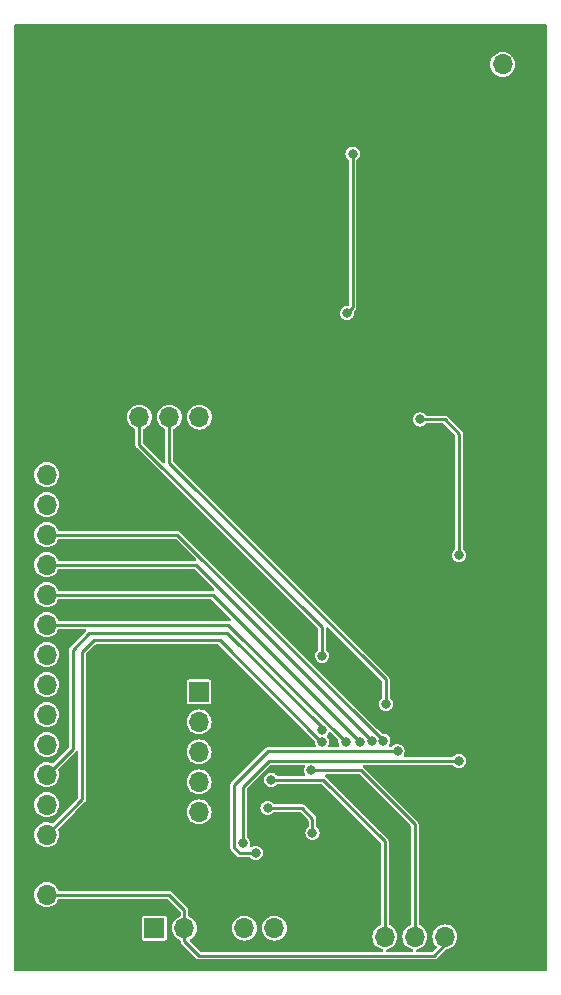
<source format=gbl>
%TF.GenerationSoftware,KiCad,Pcbnew,8.0.7*%
%TF.CreationDate,2025-03-07T17:05:54+07:00*%
%TF.ProjectId,BTL_NGUYENTRUNG,42544c5f-4e47-4555-9945-4e5452554e47,rev?*%
%TF.SameCoordinates,Original*%
%TF.FileFunction,Copper,L2,Bot*%
%TF.FilePolarity,Positive*%
%FSLAX46Y46*%
G04 Gerber Fmt 4.6, Leading zero omitted, Abs format (unit mm)*
G04 Created by KiCad (PCBNEW 8.0.7) date 2025-03-07 17:05:54*
%MOMM*%
%LPD*%
G01*
G04 APERTURE LIST*
%TA.AperFunction,HeatsinkPad*%
%ADD10C,0.500000*%
%TD*%
%TA.AperFunction,HeatsinkPad*%
%ADD11R,2.500000X1.800000*%
%TD*%
%TA.AperFunction,ComponentPad*%
%ADD12R,1.700000X1.700000*%
%TD*%
%TA.AperFunction,ComponentPad*%
%ADD13O,1.700000X1.700000*%
%TD*%
%TA.AperFunction,ViaPad*%
%ADD14C,0.800000*%
%TD*%
%TA.AperFunction,Conductor*%
%ADD15C,0.250000*%
%TD*%
%TA.AperFunction,Profile*%
%ADD16C,0.200000*%
%TD*%
G04 APERTURE END LIST*
D10*
%TO.P,U3,9,EPAD*%
%TO.N,GND*%
X71700000Y-27050000D03*
X72700000Y-27050000D03*
X73700000Y-27050000D03*
D11*
X72700000Y-26400000D03*
D10*
X71700000Y-25750000D03*
X72700000Y-25750000D03*
X73700000Y-25750000D03*
%TD*%
D12*
%TO.P,J2,1,Pin_1*%
%TO.N,GND*%
X44800000Y-96380000D03*
D13*
%TO.P,J2,2,Pin_2*%
%TO.N,+5V*%
X44800000Y-93840000D03*
%TO.P,J2,3,Pin_3*%
%TO.N,GND*%
X44800000Y-91300000D03*
%TO.P,J2,4,Pin_4*%
%TO.N,/MCU/RS*%
X44800000Y-88760000D03*
%TO.P,J2,5,Pin_5*%
%TO.N,/MCU/RW*%
X44800000Y-86220000D03*
%TO.P,J2,6,Pin_6*%
%TO.N,/MCU/E*%
X44800000Y-83680000D03*
%TO.P,J2,7,Pin_7*%
%TO.N,/MCU/D0*%
X44800000Y-81140000D03*
%TO.P,J2,8,Pin_8*%
%TO.N,/MCU/D1*%
X44800000Y-78600000D03*
%TO.P,J2,9,Pin_9*%
%TO.N,/MCU/D2*%
X44800000Y-76060000D03*
%TO.P,J2,10,Pin_10*%
%TO.N,/MCU/D3*%
X44800000Y-73520000D03*
%TO.P,J2,11,Pin_11*%
%TO.N,/MCU/D4*%
X44800000Y-70980000D03*
%TO.P,J2,12,Pin_12*%
%TO.N,/MCU/D5*%
X44800000Y-68440000D03*
%TO.P,J2,13,Pin_13*%
%TO.N,/MCU/D6*%
X44800000Y-65900000D03*
%TO.P,J2,14,Pin_14*%
%TO.N,/MCU/D7*%
X44800000Y-63360000D03*
%TO.P,J2,15,Pin_15*%
%TO.N,/MCU/A*%
X44800000Y-60820000D03*
%TO.P,J2,16,Pin_16*%
%TO.N,/MCU/K*%
X44800000Y-58280000D03*
%TD*%
D12*
%TO.P,J7,1,Pin_1*%
%TO.N,GND*%
X70880000Y-97400000D03*
D13*
%TO.P,J7,2,Pin_2*%
%TO.N,/MCU/TR*%
X73420000Y-97400000D03*
%TO.P,J7,3,Pin_3*%
%TO.N,/MCU/ECHO*%
X75960000Y-97400000D03*
%TO.P,J7,4,Pin_4*%
%TO.N,+5V*%
X78500000Y-97400000D03*
%TD*%
D12*
%TO.P,J1,1,Pin_1*%
%TO.N,+5V*%
X57700000Y-76660000D03*
D13*
%TO.P,J1,2,Pin_2*%
%TO.N,unconnected-(J1-Pin_2-Pad2)*%
X57700000Y-79200000D03*
%TO.P,J1,3,Pin_3*%
%TO.N,unconnected-(J1-Pin_3-Pad3)*%
X57700000Y-81740000D03*
%TO.P,J1,4,Pin_4*%
%TO.N,/MCU/TX*%
X57700000Y-84280000D03*
%TO.P,J1,5,Pin_5*%
%TO.N,/MCU/RX*%
X57700000Y-86820000D03*
%TO.P,J1,6,Pin_6*%
%TO.N,GND*%
X57700000Y-89360000D03*
%TD*%
D12*
%TO.P,J8,1,Pin_1*%
%TO.N,GND*%
X50100000Y-53400000D03*
D13*
%TO.P,J8,2,Pin_2*%
%TO.N,/MCU/DT*%
X52640000Y-53400000D03*
%TO.P,J8,3,Pin_3*%
%TO.N,/MCU/SCK*%
X55180000Y-53400000D03*
%TO.P,J8,4,Pin_4*%
%TO.N,+5V*%
X57720000Y-53400000D03*
%TD*%
D12*
%TO.P,J10,1,Pin_1*%
%TO.N,GND*%
X83400000Y-26075000D03*
D13*
%TO.P,J10,2,Pin_2*%
%TO.N,12*%
X83400000Y-23535000D03*
%TD*%
D12*
%TO.P,J5,1,Pin_1*%
%TO.N,Net-(J5-Pin_1)*%
X53920000Y-96677500D03*
D13*
%TO.P,J5,2,Pin_2*%
%TO.N,+5V*%
X56460000Y-96677500D03*
%TO.P,J5,3,Pin_3*%
%TO.N,GND*%
X59000000Y-96677500D03*
%TO.P,J5,4,Pin_4*%
%TO.N,Net-(J5-Pin_4)*%
X61540000Y-96677500D03*
%TO.P,J5,5,Pin_5*%
%TO.N,Net-(J5-Pin_5)*%
X64080000Y-96677500D03*
%TD*%
D14*
%TO.N,GND*%
X71200000Y-67900000D03*
X70300000Y-68800000D03*
X71200000Y-68800000D03*
X70300000Y-67900000D03*
%TO.N,+5V*%
X79700000Y-65100000D03*
X76412500Y-53600000D03*
%TO.N,/MCU/ECHO*%
X67200000Y-83300000D03*
%TO.N,/MCU/D7*%
X73300000Y-80800000D03*
%TO.N,/MCU/DT*%
X68100000Y-73600000D03*
%TO.N,/MCU/D6*%
X72300000Y-80800000D03*
%TO.N,/MCU/D4*%
X70100000Y-80900000D03*
%TO.N,/MCU/E*%
X68071265Y-79896570D03*
%TO.N,/MCU/D5*%
X71299994Y-80900000D03*
%TO.N,/MCU/SCK*%
X73500000Y-77700000D03*
%TO.N,/MCU/RS*%
X68100499Y-80896145D03*
%TO.N,Net-(D3-K)*%
X70200000Y-44600000D03*
X70700000Y-31100000D03*
%TO.N,/MCU/TR*%
X63800000Y-84100000D03*
%TO.N,/MCU/TX*%
X63500000Y-86500000D03*
X67300000Y-88600000D03*
%TO.N,Net-(U1-RB7{slash}ICSPDAT)*%
X79700000Y-82500000D03*
X61400000Y-89500000D03*
%TO.N,Net-(U1-RB6{slash}ICSPCLK)*%
X62500000Y-90300000D03*
X74500000Y-81700000D03*
%TD*%
D15*
%TO.N,+5V*%
X79700000Y-54800000D02*
X78500000Y-53600000D01*
X57700000Y-99000000D02*
X77600000Y-99000000D01*
X78500000Y-53600000D02*
X76412500Y-53600000D01*
X79700000Y-65100000D02*
X79700000Y-54800000D01*
X44840000Y-93800000D02*
X44800000Y-93840000D01*
X44800000Y-93840000D02*
X55140000Y-93840000D01*
X77600000Y-99000000D02*
X78800000Y-97800000D01*
X78800000Y-97800000D02*
X78800000Y-96777500D01*
X56460000Y-95160000D02*
X56460000Y-96677500D01*
X56460000Y-97760000D02*
X57700000Y-99000000D01*
X55140000Y-93840000D02*
X56460000Y-95160000D01*
X56460000Y-96677500D02*
X56460000Y-97760000D01*
%TO.N,/MCU/ECHO*%
X75960000Y-87860000D02*
X71400000Y-83300000D01*
X75960000Y-97400000D02*
X75960000Y-87860000D01*
X71400000Y-83300000D02*
X67200000Y-83300000D01*
%TO.N,/MCU/D7*%
X73300000Y-80800000D02*
X73025000Y-80525000D01*
X73025000Y-80525000D02*
X73025000Y-80499695D01*
X55860000Y-63360000D02*
X44800000Y-63360000D01*
X72575000Y-80075000D02*
X55860000Y-63360000D01*
X72600305Y-80075000D02*
X72575000Y-80075000D01*
X73025000Y-80499695D02*
X72600305Y-80075000D01*
%TO.N,/MCU/DT*%
X68100000Y-71200000D02*
X52640000Y-55740000D01*
X52640000Y-55740000D02*
X52640000Y-53400000D01*
X68100000Y-73600000D02*
X68100000Y-71200000D01*
%TO.N,/MCU/D6*%
X57400000Y-65900000D02*
X44800000Y-65900000D01*
X72300000Y-80800000D02*
X57400000Y-65900000D01*
%TO.N,/MCU/D4*%
X60180000Y-70980000D02*
X44800000Y-70980000D01*
X70100000Y-80900000D02*
X60180000Y-70980000D01*
%TO.N,/MCU/E*%
X60100000Y-71700000D02*
X48400000Y-71700000D01*
X48400000Y-71700000D02*
X47000000Y-73100000D01*
X68071265Y-79896570D02*
X68071265Y-79671265D01*
X68071265Y-79671265D02*
X60100000Y-71700000D01*
X47000000Y-81480000D02*
X44800000Y-83680000D01*
X47000000Y-73100000D02*
X47000000Y-81480000D01*
%TO.N,/MCU/D5*%
X71299994Y-80899994D02*
X58840000Y-68440000D01*
X58840000Y-68440000D02*
X44800000Y-68440000D01*
X71299994Y-80900000D02*
X71299994Y-80899994D01*
%TO.N,/MCU/SCK*%
X73500000Y-77700000D02*
X73500000Y-75600000D01*
X55180000Y-57280000D02*
X55180000Y-53400000D01*
X73500000Y-75600000D02*
X55180000Y-57280000D01*
%TO.N,/MCU/RS*%
X48800000Y-72300000D02*
X47800000Y-73300000D01*
X59449390Y-72300000D02*
X48800000Y-72300000D01*
X68100499Y-80896145D02*
X67939974Y-80735620D01*
X47800000Y-73300000D02*
X47800000Y-85760000D01*
X47800000Y-85760000D02*
X44800000Y-88760000D01*
X67939974Y-80735620D02*
X67885010Y-80735620D01*
X68045535Y-80896145D02*
X59449390Y-72300000D01*
X68100499Y-80896145D02*
X68045535Y-80896145D01*
%TO.N,Net-(D3-K)*%
X70700000Y-31100000D02*
X70700000Y-44100000D01*
X70700000Y-44100000D02*
X70200000Y-44600000D01*
%TO.N,/MCU/TR*%
X73420000Y-89320000D02*
X68200000Y-84100000D01*
X68200000Y-84100000D02*
X63800000Y-84100000D01*
X73420000Y-97400000D02*
X73420000Y-89320000D01*
%TO.N,/MCU/TX*%
X67300000Y-87400000D02*
X67300000Y-88600000D01*
X63500000Y-86500000D02*
X66400000Y-86500000D01*
X66400000Y-86500000D02*
X67300000Y-87400000D01*
%TO.N,Net-(U1-RB7{slash}ICSPDAT)*%
X61400000Y-84700000D02*
X63600000Y-82500000D01*
X61400000Y-89500000D02*
X61400000Y-84700000D01*
X63600000Y-82500000D02*
X79700000Y-82500000D01*
%TO.N,Net-(U1-RB6{slash}ICSPCLK)*%
X62500000Y-90300000D02*
X62475000Y-90325000D01*
X61125000Y-90325000D02*
X60675000Y-89875000D01*
X63500000Y-81700000D02*
X74500000Y-81700000D01*
X60675000Y-84525000D02*
X63500000Y-81700000D01*
X62475000Y-90325000D02*
X61125000Y-90325000D01*
X60675000Y-89875000D02*
X60675000Y-84525000D01*
%TD*%
%TA.AperFunction,Conductor*%
%TO.N,GND*%
G36*
X86943039Y-20219685D02*
G01*
X86988794Y-20272489D01*
X87000000Y-20324000D01*
X87000000Y-100076000D01*
X86980315Y-100143039D01*
X86927511Y-100188794D01*
X86876000Y-100200000D01*
X53325544Y-100200000D01*
X53324439Y-100199995D01*
X42222895Y-100101094D01*
X42156034Y-100080813D01*
X42110751Y-100027604D01*
X42100000Y-99977099D01*
X42100000Y-95807747D01*
X52869500Y-95807747D01*
X52869500Y-97547252D01*
X52881131Y-97605729D01*
X52881132Y-97605730D01*
X52925447Y-97672052D01*
X52991769Y-97716367D01*
X52991770Y-97716368D01*
X53050247Y-97727999D01*
X53050250Y-97728000D01*
X53050252Y-97728000D01*
X54789750Y-97728000D01*
X54789751Y-97727999D01*
X54804568Y-97725052D01*
X54848229Y-97716368D01*
X54848229Y-97716367D01*
X54848231Y-97716367D01*
X54914552Y-97672052D01*
X54958867Y-97605731D01*
X54958867Y-97605729D01*
X54958868Y-97605729D01*
X54970499Y-97547252D01*
X54970500Y-97547250D01*
X54970500Y-95807749D01*
X54970499Y-95807747D01*
X54958868Y-95749270D01*
X54958867Y-95749269D01*
X54914552Y-95682947D01*
X54848230Y-95638632D01*
X54848229Y-95638631D01*
X54789752Y-95627000D01*
X54789748Y-95627000D01*
X53050252Y-95627000D01*
X53050247Y-95627000D01*
X52991770Y-95638631D01*
X52991769Y-95638632D01*
X52925447Y-95682947D01*
X52881132Y-95749269D01*
X52881131Y-95749270D01*
X52869500Y-95807747D01*
X42100000Y-95807747D01*
X42100000Y-86220000D01*
X43744417Y-86220000D01*
X43764699Y-86425932D01*
X43764700Y-86425934D01*
X43824768Y-86623954D01*
X43922315Y-86806450D01*
X43922317Y-86806452D01*
X44053589Y-86966410D01*
X44150209Y-87045702D01*
X44213550Y-87097685D01*
X44396046Y-87195232D01*
X44594066Y-87255300D01*
X44594065Y-87255300D01*
X44612529Y-87257118D01*
X44800000Y-87275583D01*
X45005934Y-87255300D01*
X45203954Y-87195232D01*
X45386450Y-87097685D01*
X45546410Y-86966410D01*
X45677685Y-86806450D01*
X45775232Y-86623954D01*
X45835300Y-86425934D01*
X45855583Y-86220000D01*
X45835300Y-86014066D01*
X45775232Y-85816046D01*
X45677685Y-85633550D01*
X45625702Y-85570209D01*
X45546410Y-85473589D01*
X45386452Y-85342317D01*
X45386453Y-85342317D01*
X45386450Y-85342315D01*
X45203954Y-85244768D01*
X45005934Y-85184700D01*
X45005932Y-85184699D01*
X45005934Y-85184699D01*
X44800000Y-85164417D01*
X44594067Y-85184699D01*
X44396043Y-85244769D01*
X44285898Y-85303643D01*
X44213550Y-85342315D01*
X44213548Y-85342316D01*
X44213547Y-85342317D01*
X44053589Y-85473589D01*
X43922317Y-85633547D01*
X43824769Y-85816043D01*
X43764699Y-86014067D01*
X43744417Y-86220000D01*
X42100000Y-86220000D01*
X42100000Y-81140000D01*
X43744417Y-81140000D01*
X43764699Y-81345932D01*
X43772197Y-81370648D01*
X43824768Y-81543954D01*
X43922315Y-81726450D01*
X43954107Y-81765189D01*
X44053589Y-81886410D01*
X44150209Y-81965702D01*
X44213550Y-82017685D01*
X44396046Y-82115232D01*
X44594066Y-82175300D01*
X44594065Y-82175300D01*
X44612529Y-82177118D01*
X44800000Y-82195583D01*
X45005934Y-82175300D01*
X45203954Y-82115232D01*
X45386450Y-82017685D01*
X45546410Y-81886410D01*
X45677685Y-81726450D01*
X45775232Y-81543954D01*
X45835300Y-81345934D01*
X45855583Y-81140000D01*
X45835300Y-80934066D01*
X45775232Y-80736046D01*
X45677685Y-80553550D01*
X45555611Y-80404801D01*
X45546410Y-80393589D01*
X45386452Y-80262317D01*
X45386453Y-80262317D01*
X45386450Y-80262315D01*
X45203954Y-80164768D01*
X45005934Y-80104700D01*
X45005932Y-80104699D01*
X45005934Y-80104699D01*
X44800000Y-80084417D01*
X44594067Y-80104699D01*
X44396043Y-80164769D01*
X44302152Y-80214956D01*
X44213550Y-80262315D01*
X44213548Y-80262316D01*
X44213547Y-80262317D01*
X44053589Y-80393589D01*
X43922317Y-80553547D01*
X43922315Y-80553550D01*
X43883643Y-80625898D01*
X43824769Y-80736043D01*
X43824768Y-80736045D01*
X43824768Y-80736046D01*
X43821842Y-80745693D01*
X43764699Y-80934067D01*
X43744417Y-81140000D01*
X42100000Y-81140000D01*
X42100000Y-78600000D01*
X43744417Y-78600000D01*
X43764699Y-78805932D01*
X43764700Y-78805934D01*
X43824768Y-79003954D01*
X43922315Y-79186450D01*
X43922317Y-79186452D01*
X44053589Y-79346410D01*
X44150209Y-79425702D01*
X44213550Y-79477685D01*
X44396046Y-79575232D01*
X44594066Y-79635300D01*
X44594065Y-79635300D01*
X44612529Y-79637118D01*
X44800000Y-79655583D01*
X45005934Y-79635300D01*
X45203954Y-79575232D01*
X45386450Y-79477685D01*
X45546410Y-79346410D01*
X45677685Y-79186450D01*
X45775232Y-79003954D01*
X45835300Y-78805934D01*
X45855583Y-78600000D01*
X45835300Y-78394066D01*
X45775232Y-78196046D01*
X45677685Y-78013550D01*
X45625702Y-77950209D01*
X45546410Y-77853589D01*
X45386452Y-77722317D01*
X45386453Y-77722317D01*
X45386450Y-77722315D01*
X45203954Y-77624768D01*
X45005934Y-77564700D01*
X45005932Y-77564699D01*
X45005934Y-77564699D01*
X44800000Y-77544417D01*
X44594067Y-77564699D01*
X44396043Y-77624769D01*
X44285898Y-77683643D01*
X44213550Y-77722315D01*
X44213548Y-77722316D01*
X44213547Y-77722317D01*
X44053589Y-77853589D01*
X43922317Y-78013547D01*
X43824769Y-78196043D01*
X43764699Y-78394067D01*
X43744417Y-78600000D01*
X42100000Y-78600000D01*
X42100000Y-76060000D01*
X43744417Y-76060000D01*
X43764699Y-76265932D01*
X43764700Y-76265934D01*
X43824768Y-76463954D01*
X43922315Y-76646450D01*
X43922317Y-76646452D01*
X44053589Y-76806410D01*
X44150209Y-76885702D01*
X44213550Y-76937685D01*
X44396046Y-77035232D01*
X44594066Y-77095300D01*
X44594065Y-77095300D01*
X44612529Y-77097118D01*
X44800000Y-77115583D01*
X45005934Y-77095300D01*
X45203954Y-77035232D01*
X45386450Y-76937685D01*
X45546410Y-76806410D01*
X45677685Y-76646450D01*
X45775232Y-76463954D01*
X45835300Y-76265934D01*
X45855583Y-76060000D01*
X45835300Y-75854066D01*
X45775232Y-75656046D01*
X45677685Y-75473550D01*
X45617436Y-75400136D01*
X45546410Y-75313589D01*
X45386452Y-75182317D01*
X45386453Y-75182317D01*
X45386450Y-75182315D01*
X45203954Y-75084768D01*
X45005934Y-75024700D01*
X45005932Y-75024699D01*
X45005934Y-75024699D01*
X44800000Y-75004417D01*
X44594067Y-75024699D01*
X44396043Y-75084769D01*
X44285898Y-75143643D01*
X44213550Y-75182315D01*
X44213548Y-75182316D01*
X44213547Y-75182317D01*
X44053589Y-75313589D01*
X43922317Y-75473547D01*
X43824769Y-75656043D01*
X43764699Y-75854067D01*
X43744417Y-76060000D01*
X42100000Y-76060000D01*
X42100000Y-73520000D01*
X43744417Y-73520000D01*
X43764699Y-73725932D01*
X43764700Y-73725934D01*
X43824768Y-73923954D01*
X43922315Y-74106450D01*
X43922317Y-74106452D01*
X44053589Y-74266410D01*
X44150209Y-74345702D01*
X44213550Y-74397685D01*
X44396046Y-74495232D01*
X44594066Y-74555300D01*
X44594065Y-74555300D01*
X44612529Y-74557118D01*
X44800000Y-74575583D01*
X45005934Y-74555300D01*
X45203954Y-74495232D01*
X45386450Y-74397685D01*
X45546410Y-74266410D01*
X45677685Y-74106450D01*
X45775232Y-73923954D01*
X45835300Y-73725934D01*
X45855583Y-73520000D01*
X45835300Y-73314066D01*
X45775232Y-73116046D01*
X45677685Y-72933550D01*
X45625702Y-72870209D01*
X45546410Y-72773589D01*
X45386452Y-72642317D01*
X45386453Y-72642317D01*
X45386450Y-72642315D01*
X45203954Y-72544768D01*
X45005934Y-72484700D01*
X45005932Y-72484699D01*
X45005934Y-72484699D01*
X44800000Y-72464417D01*
X44594067Y-72484699D01*
X44396043Y-72544769D01*
X44285898Y-72603643D01*
X44213550Y-72642315D01*
X44213548Y-72642316D01*
X44213547Y-72642317D01*
X44053589Y-72773589D01*
X43922317Y-72933547D01*
X43922315Y-72933550D01*
X43883643Y-73005898D01*
X43824769Y-73116043D01*
X43764699Y-73314067D01*
X43744417Y-73520000D01*
X42100000Y-73520000D01*
X42100000Y-63360000D01*
X43744417Y-63360000D01*
X43764699Y-63565932D01*
X43764700Y-63565934D01*
X43824768Y-63763954D01*
X43922315Y-63946450D01*
X43922317Y-63946452D01*
X44053589Y-64106410D01*
X44150209Y-64185702D01*
X44213550Y-64237685D01*
X44396046Y-64335232D01*
X44594066Y-64395300D01*
X44594065Y-64395300D01*
X44612529Y-64397118D01*
X44800000Y-64415583D01*
X45005934Y-64395300D01*
X45203954Y-64335232D01*
X45386450Y-64237685D01*
X45546410Y-64106410D01*
X45677685Y-63946450D01*
X45775232Y-63763954D01*
X45775234Y-63763945D01*
X45776021Y-63762049D01*
X45776701Y-63761203D01*
X45778104Y-63758581D01*
X45778601Y-63758846D01*
X45819862Y-63707645D01*
X45886156Y-63685579D01*
X45890583Y-63685500D01*
X55673811Y-63685500D01*
X55740850Y-63705185D01*
X55761492Y-63721819D01*
X57402492Y-65362819D01*
X57435977Y-65424142D01*
X57430993Y-65493834D01*
X57389121Y-65549767D01*
X57323657Y-65574184D01*
X57314811Y-65574500D01*
X45890583Y-65574500D01*
X45823544Y-65554815D01*
X45777789Y-65502011D01*
X45776021Y-65497951D01*
X45775233Y-65496051D01*
X45775232Y-65496046D01*
X45677685Y-65313550D01*
X45625702Y-65250209D01*
X45546410Y-65153589D01*
X45386452Y-65022317D01*
X45386453Y-65022317D01*
X45386450Y-65022315D01*
X45203954Y-64924768D01*
X45005934Y-64864700D01*
X45005932Y-64864699D01*
X45005934Y-64864699D01*
X44800000Y-64844417D01*
X44594067Y-64864699D01*
X44396043Y-64924769D01*
X44361491Y-64943238D01*
X44213550Y-65022315D01*
X44213548Y-65022316D01*
X44213547Y-65022317D01*
X44053589Y-65153589D01*
X43922317Y-65313547D01*
X43824769Y-65496043D01*
X43764699Y-65694067D01*
X43744417Y-65900000D01*
X43764699Y-66105932D01*
X43764700Y-66105934D01*
X43824768Y-66303954D01*
X43922315Y-66486450D01*
X43922317Y-66486452D01*
X44053589Y-66646410D01*
X44150209Y-66725702D01*
X44213550Y-66777685D01*
X44396046Y-66875232D01*
X44594066Y-66935300D01*
X44594065Y-66935300D01*
X44612529Y-66937118D01*
X44800000Y-66955583D01*
X45005934Y-66935300D01*
X45203954Y-66875232D01*
X45386450Y-66777685D01*
X45546410Y-66646410D01*
X45677685Y-66486450D01*
X45775232Y-66303954D01*
X45775234Y-66303945D01*
X45776021Y-66302049D01*
X45776701Y-66301203D01*
X45778104Y-66298581D01*
X45778601Y-66298846D01*
X45819862Y-66247645D01*
X45886156Y-66225579D01*
X45890583Y-66225500D01*
X57213811Y-66225500D01*
X57280850Y-66245185D01*
X57301492Y-66261819D01*
X58942492Y-67902819D01*
X58975977Y-67964142D01*
X58970993Y-68033834D01*
X58929121Y-68089767D01*
X58863657Y-68114184D01*
X58854811Y-68114500D01*
X45890583Y-68114500D01*
X45823544Y-68094815D01*
X45777789Y-68042011D01*
X45776021Y-68037951D01*
X45775233Y-68036051D01*
X45775232Y-68036046D01*
X45677685Y-67853550D01*
X45625702Y-67790209D01*
X45546410Y-67693589D01*
X45386452Y-67562317D01*
X45386453Y-67562317D01*
X45386450Y-67562315D01*
X45203954Y-67464768D01*
X45005934Y-67404700D01*
X45005932Y-67404699D01*
X45005934Y-67404699D01*
X44800000Y-67384417D01*
X44594067Y-67404699D01*
X44396043Y-67464769D01*
X44285898Y-67523643D01*
X44213550Y-67562315D01*
X44213548Y-67562316D01*
X44213547Y-67562317D01*
X44053589Y-67693589D01*
X43922317Y-67853547D01*
X43824769Y-68036043D01*
X43764699Y-68234067D01*
X43744417Y-68440000D01*
X43764699Y-68645932D01*
X43764700Y-68645934D01*
X43824768Y-68843954D01*
X43922315Y-69026450D01*
X43922317Y-69026452D01*
X44053589Y-69186410D01*
X44150209Y-69265702D01*
X44213550Y-69317685D01*
X44396046Y-69415232D01*
X44594066Y-69475300D01*
X44594065Y-69475300D01*
X44612529Y-69477118D01*
X44800000Y-69495583D01*
X45005934Y-69475300D01*
X45203954Y-69415232D01*
X45386450Y-69317685D01*
X45546410Y-69186410D01*
X45677685Y-69026450D01*
X45775232Y-68843954D01*
X45775234Y-68843945D01*
X45776021Y-68842049D01*
X45776701Y-68841203D01*
X45778104Y-68838581D01*
X45778601Y-68838846D01*
X45819862Y-68787645D01*
X45886156Y-68765579D01*
X45890583Y-68765500D01*
X58653811Y-68765500D01*
X58720850Y-68785185D01*
X58741492Y-68801819D01*
X60402855Y-70463182D01*
X60436340Y-70524505D01*
X60431356Y-70594197D01*
X60389484Y-70650130D01*
X60324020Y-70674547D01*
X60283082Y-70670638D01*
X60222853Y-70654500D01*
X60222852Y-70654500D01*
X45890583Y-70654500D01*
X45823544Y-70634815D01*
X45777789Y-70582011D01*
X45776021Y-70577951D01*
X45775233Y-70576051D01*
X45775232Y-70576046D01*
X45677685Y-70393550D01*
X45625702Y-70330209D01*
X45546410Y-70233589D01*
X45386452Y-70102317D01*
X45386453Y-70102317D01*
X45386450Y-70102315D01*
X45203954Y-70004768D01*
X45005934Y-69944700D01*
X45005932Y-69944699D01*
X45005934Y-69944699D01*
X44800000Y-69924417D01*
X44594067Y-69944699D01*
X44396043Y-70004769D01*
X44285898Y-70063643D01*
X44213550Y-70102315D01*
X44213548Y-70102316D01*
X44213547Y-70102317D01*
X44053589Y-70233589D01*
X43922317Y-70393547D01*
X43824769Y-70576043D01*
X43764699Y-70774067D01*
X43744417Y-70980000D01*
X43764699Y-71185932D01*
X43781966Y-71242853D01*
X43824768Y-71383954D01*
X43922315Y-71566450D01*
X43922317Y-71566452D01*
X44053589Y-71726410D01*
X44150209Y-71805702D01*
X44213550Y-71857685D01*
X44396046Y-71955232D01*
X44594066Y-72015300D01*
X44594065Y-72015300D01*
X44612529Y-72017118D01*
X44800000Y-72035583D01*
X45005934Y-72015300D01*
X45203954Y-71955232D01*
X45386450Y-71857685D01*
X45546410Y-71726410D01*
X45677685Y-71566450D01*
X45775232Y-71383954D01*
X45775234Y-71383945D01*
X45776021Y-71382049D01*
X45776701Y-71381203D01*
X45778104Y-71378581D01*
X45778601Y-71378846D01*
X45819862Y-71327645D01*
X45886156Y-71305579D01*
X45890583Y-71305500D01*
X48034811Y-71305500D01*
X48101850Y-71325185D01*
X48147605Y-71377989D01*
X48157549Y-71447147D01*
X48128524Y-71510703D01*
X48122492Y-71517181D01*
X46739537Y-72900135D01*
X46739533Y-72900141D01*
X46696681Y-72974361D01*
X46696682Y-72974362D01*
X46674500Y-73057147D01*
X46674500Y-81293810D01*
X46654815Y-81360849D01*
X46638181Y-81381491D01*
X45340994Y-82678677D01*
X45279671Y-82712162D01*
X45209979Y-82707178D01*
X45205869Y-82705561D01*
X45203958Y-82704769D01*
X45104944Y-82674734D01*
X45005934Y-82644700D01*
X45005932Y-82644699D01*
X45005934Y-82644699D01*
X44800000Y-82624417D01*
X44594067Y-82644699D01*
X44396043Y-82704769D01*
X44323743Y-82743415D01*
X44213550Y-82802315D01*
X44213548Y-82802316D01*
X44213547Y-82802317D01*
X44053589Y-82933589D01*
X43922317Y-83093547D01*
X43922315Y-83093550D01*
X43883643Y-83165898D01*
X43824769Y-83276043D01*
X43764699Y-83474067D01*
X43744417Y-83680000D01*
X43764699Y-83885932D01*
X43764700Y-83885934D01*
X43824768Y-84083954D01*
X43922315Y-84266450D01*
X43922317Y-84266452D01*
X44053589Y-84426410D01*
X44150209Y-84505702D01*
X44213550Y-84557685D01*
X44396046Y-84655232D01*
X44594066Y-84715300D01*
X44594065Y-84715300D01*
X44612529Y-84717118D01*
X44800000Y-84735583D01*
X45005934Y-84715300D01*
X45203954Y-84655232D01*
X45386450Y-84557685D01*
X45546410Y-84426410D01*
X45677685Y-84266450D01*
X45775232Y-84083954D01*
X45835300Y-83885934D01*
X45855583Y-83680000D01*
X45835300Y-83474066D01*
X45775232Y-83276046D01*
X45775230Y-83276043D01*
X45775230Y-83276041D01*
X45774444Y-83274144D01*
X45774328Y-83273068D01*
X45773463Y-83270216D01*
X45774003Y-83270051D01*
X45766971Y-83204675D01*
X45798242Y-83142194D01*
X45801294Y-83139031D01*
X47189652Y-81750672D01*
X47189657Y-81750669D01*
X47199860Y-81740465D01*
X47199862Y-81740465D01*
X47260465Y-81679862D01*
X47260465Y-81679861D01*
X47262819Y-81677508D01*
X47324142Y-81644023D01*
X47393834Y-81649007D01*
X47449767Y-81690879D01*
X47474184Y-81756343D01*
X47474500Y-81765189D01*
X47474500Y-85573810D01*
X47454815Y-85640849D01*
X47438181Y-85661491D01*
X45340994Y-87758677D01*
X45279671Y-87792162D01*
X45209979Y-87787178D01*
X45205869Y-87785561D01*
X45203958Y-87784769D01*
X45104944Y-87754734D01*
X45005934Y-87724700D01*
X45005932Y-87724699D01*
X45005934Y-87724699D01*
X44800000Y-87704417D01*
X44594067Y-87724699D01*
X44396043Y-87784769D01*
X44323743Y-87823415D01*
X44213550Y-87882315D01*
X44213548Y-87882316D01*
X44213547Y-87882317D01*
X44053589Y-88013589D01*
X43922317Y-88173547D01*
X43824769Y-88356043D01*
X43764699Y-88554067D01*
X43744417Y-88760000D01*
X43764699Y-88965932D01*
X43783613Y-89028282D01*
X43824768Y-89163954D01*
X43922315Y-89346450D01*
X43922317Y-89346452D01*
X44053589Y-89506410D01*
X44150209Y-89585702D01*
X44213550Y-89637685D01*
X44396046Y-89735232D01*
X44594066Y-89795300D01*
X44594065Y-89795300D01*
X44612529Y-89797118D01*
X44800000Y-89815583D01*
X45005934Y-89795300D01*
X45203954Y-89735232D01*
X45386450Y-89637685D01*
X45546410Y-89506410D01*
X45677685Y-89346450D01*
X45775232Y-89163954D01*
X45835300Y-88965934D01*
X45855583Y-88760000D01*
X45835300Y-88554066D01*
X45775232Y-88356046D01*
X45775230Y-88356043D01*
X45775230Y-88356041D01*
X45774444Y-88354144D01*
X45774328Y-88353068D01*
X45773463Y-88350216D01*
X45774003Y-88350051D01*
X45766971Y-88284675D01*
X45798242Y-88222194D01*
X45801294Y-88219031D01*
X47200324Y-86820000D01*
X56644417Y-86820000D01*
X56664699Y-87025932D01*
X56686464Y-87097682D01*
X56724768Y-87223954D01*
X56822315Y-87406450D01*
X56822317Y-87406452D01*
X56953589Y-87566410D01*
X57050209Y-87645702D01*
X57113550Y-87697685D01*
X57296046Y-87795232D01*
X57494066Y-87855300D01*
X57494065Y-87855300D01*
X57512529Y-87857118D01*
X57700000Y-87875583D01*
X57905934Y-87855300D01*
X58103954Y-87795232D01*
X58286450Y-87697685D01*
X58446410Y-87566410D01*
X58577685Y-87406450D01*
X58675232Y-87223954D01*
X58735300Y-87025934D01*
X58755583Y-86820000D01*
X58735300Y-86614066D01*
X58675232Y-86416046D01*
X58577685Y-86233550D01*
X58489410Y-86125986D01*
X58446410Y-86073589D01*
X58326841Y-85975463D01*
X58286450Y-85942315D01*
X58103954Y-85844768D01*
X57905934Y-85784700D01*
X57905932Y-85784699D01*
X57905934Y-85784699D01*
X57700000Y-85764417D01*
X57494067Y-85784699D01*
X57296043Y-85844769D01*
X57185898Y-85903643D01*
X57113550Y-85942315D01*
X57113548Y-85942316D01*
X57113547Y-85942317D01*
X56953589Y-86073589D01*
X56822317Y-86233547D01*
X56724769Y-86416043D01*
X56664699Y-86614067D01*
X56644417Y-86820000D01*
X47200324Y-86820000D01*
X47989652Y-86030672D01*
X47989657Y-86030669D01*
X47999860Y-86020465D01*
X47999862Y-86020465D01*
X48060465Y-85959862D01*
X48098307Y-85894318D01*
X48103318Y-85885639D01*
X48125501Y-85802853D01*
X48125501Y-85717147D01*
X48125501Y-85709552D01*
X48125500Y-85709534D01*
X48125500Y-84280000D01*
X56644417Y-84280000D01*
X56664699Y-84485932D01*
X56677546Y-84528282D01*
X56724768Y-84683954D01*
X56822315Y-84866450D01*
X56856969Y-84908677D01*
X56953589Y-85026410D01*
X57050209Y-85105702D01*
X57113550Y-85157685D01*
X57296046Y-85255232D01*
X57494066Y-85315300D01*
X57494065Y-85315300D01*
X57512529Y-85317118D01*
X57700000Y-85335583D01*
X57905934Y-85315300D01*
X58103954Y-85255232D01*
X58286450Y-85157685D01*
X58446410Y-85026410D01*
X58577685Y-84866450D01*
X58675232Y-84683954D01*
X58735300Y-84485934D01*
X58755583Y-84280000D01*
X58735300Y-84074066D01*
X58675232Y-83876046D01*
X58577685Y-83693550D01*
X58525702Y-83630209D01*
X58446410Y-83533589D01*
X58286452Y-83402317D01*
X58286453Y-83402317D01*
X58286450Y-83402315D01*
X58103954Y-83304768D01*
X57905934Y-83244700D01*
X57905932Y-83244699D01*
X57905934Y-83244699D01*
X57700000Y-83224417D01*
X57494067Y-83244699D01*
X57296043Y-83304769D01*
X57185898Y-83363643D01*
X57113550Y-83402315D01*
X57113548Y-83402316D01*
X57113547Y-83402317D01*
X56953589Y-83533589D01*
X56839576Y-83672517D01*
X56822315Y-83693550D01*
X56789568Y-83754815D01*
X56724769Y-83876043D01*
X56664699Y-84074067D01*
X56644417Y-84280000D01*
X48125500Y-84280000D01*
X48125500Y-81740000D01*
X56644417Y-81740000D01*
X56664699Y-81945932D01*
X56681962Y-82002841D01*
X56724768Y-82143954D01*
X56822315Y-82326450D01*
X56856969Y-82368677D01*
X56953589Y-82486410D01*
X57050209Y-82565702D01*
X57113550Y-82617685D01*
X57296046Y-82715232D01*
X57494066Y-82775300D01*
X57494065Y-82775300D01*
X57512529Y-82777118D01*
X57700000Y-82795583D01*
X57905934Y-82775300D01*
X58103954Y-82715232D01*
X58286450Y-82617685D01*
X58446410Y-82486410D01*
X58577685Y-82326450D01*
X58675232Y-82143954D01*
X58735300Y-81945934D01*
X58755583Y-81740000D01*
X58735300Y-81534066D01*
X58675232Y-81336046D01*
X58577685Y-81153550D01*
X58495090Y-81052907D01*
X58446410Y-80993589D01*
X58327670Y-80896143D01*
X58286450Y-80862315D01*
X58103954Y-80764768D01*
X57905934Y-80704700D01*
X57905932Y-80704699D01*
X57905934Y-80704699D01*
X57700000Y-80684417D01*
X57494067Y-80704699D01*
X57296043Y-80764769D01*
X57230132Y-80800000D01*
X57113550Y-80862315D01*
X57113548Y-80862316D01*
X57113547Y-80862317D01*
X56953589Y-80993589D01*
X56833435Y-81140000D01*
X56822315Y-81153550D01*
X56798029Y-81198986D01*
X56724769Y-81336043D01*
X56664699Y-81534067D01*
X56644417Y-81740000D01*
X48125500Y-81740000D01*
X48125500Y-79200000D01*
X56644417Y-79200000D01*
X56664699Y-79405932D01*
X56664700Y-79405934D01*
X56724768Y-79603954D01*
X56822315Y-79786450D01*
X56822317Y-79786452D01*
X56953589Y-79946410D01*
X57050209Y-80025702D01*
X57113550Y-80077685D01*
X57296046Y-80175232D01*
X57494066Y-80235300D01*
X57494065Y-80235300D01*
X57512529Y-80237118D01*
X57700000Y-80255583D01*
X57905934Y-80235300D01*
X58103954Y-80175232D01*
X58286450Y-80077685D01*
X58446410Y-79946410D01*
X58577685Y-79786450D01*
X58675232Y-79603954D01*
X58735300Y-79405934D01*
X58755583Y-79200000D01*
X58735300Y-78994066D01*
X58675232Y-78796046D01*
X58577685Y-78613550D01*
X58525702Y-78550209D01*
X58446410Y-78453589D01*
X58286452Y-78322317D01*
X58286453Y-78322317D01*
X58286450Y-78322315D01*
X58103954Y-78224768D01*
X57905934Y-78164700D01*
X57905932Y-78164699D01*
X57905934Y-78164699D01*
X57700000Y-78144417D01*
X57494067Y-78164699D01*
X57296043Y-78224769D01*
X57185898Y-78283643D01*
X57113550Y-78322315D01*
X57113548Y-78322316D01*
X57113547Y-78322317D01*
X56953589Y-78453589D01*
X56822317Y-78613547D01*
X56724769Y-78796043D01*
X56664699Y-78994067D01*
X56644417Y-79200000D01*
X48125500Y-79200000D01*
X48125500Y-75790247D01*
X56649500Y-75790247D01*
X56649500Y-77529752D01*
X56661131Y-77588229D01*
X56661132Y-77588230D01*
X56705447Y-77654552D01*
X56771769Y-77698867D01*
X56771770Y-77698868D01*
X56830247Y-77710499D01*
X56830250Y-77710500D01*
X56830252Y-77710500D01*
X58569750Y-77710500D01*
X58569751Y-77710499D01*
X58584568Y-77707552D01*
X58628229Y-77698868D01*
X58628229Y-77698867D01*
X58628231Y-77698867D01*
X58694552Y-77654552D01*
X58738867Y-77588231D01*
X58738867Y-77588229D01*
X58738868Y-77588229D01*
X58750499Y-77529752D01*
X58750500Y-77529750D01*
X58750500Y-75790249D01*
X58750499Y-75790247D01*
X58738868Y-75731770D01*
X58738867Y-75731769D01*
X58694552Y-75665447D01*
X58628230Y-75621132D01*
X58628229Y-75621131D01*
X58569752Y-75609500D01*
X58569748Y-75609500D01*
X56830252Y-75609500D01*
X56830247Y-75609500D01*
X56771770Y-75621131D01*
X56771769Y-75621132D01*
X56705447Y-75665447D01*
X56661132Y-75731769D01*
X56661131Y-75731770D01*
X56649500Y-75790247D01*
X48125500Y-75790247D01*
X48125500Y-73486188D01*
X48145185Y-73419149D01*
X48161819Y-73398507D01*
X48898507Y-72661819D01*
X48959830Y-72628334D01*
X48986188Y-72625500D01*
X59263201Y-72625500D01*
X59330240Y-72645185D01*
X59350882Y-72661819D01*
X67462093Y-80773029D01*
X67495578Y-80834352D01*
X67497351Y-80876894D01*
X67494817Y-80896143D01*
X67494817Y-80896146D01*
X67515454Y-81052905D01*
X67515455Y-81052907D01*
X67577645Y-81203047D01*
X67585114Y-81272517D01*
X67553839Y-81334996D01*
X67493750Y-81370648D01*
X67463084Y-81374500D01*
X63457147Y-81374500D01*
X63374362Y-81396682D01*
X63374359Y-81396683D01*
X63326117Y-81424536D01*
X63300141Y-81439533D01*
X63300135Y-81439537D01*
X60414537Y-84325135D01*
X60414533Y-84325141D01*
X60371681Y-84399362D01*
X60371680Y-84399363D01*
X60360918Y-84439533D01*
X60349500Y-84482145D01*
X60349500Y-84482147D01*
X60349500Y-89832147D01*
X60349500Y-89917853D01*
X60360591Y-89959246D01*
X60371682Y-90000640D01*
X60393108Y-90037750D01*
X60414535Y-90074862D01*
X60925138Y-90585465D01*
X60999361Y-90628318D01*
X61082147Y-90650500D01*
X61950884Y-90650500D01*
X62017923Y-90670185D01*
X62049257Y-90699010D01*
X62071718Y-90728282D01*
X62197159Y-90824536D01*
X62343238Y-90885044D01*
X62421619Y-90895363D01*
X62499999Y-90905682D01*
X62500000Y-90905682D01*
X62500001Y-90905682D01*
X62552254Y-90898802D01*
X62656762Y-90885044D01*
X62802841Y-90824536D01*
X62928282Y-90728282D01*
X63024536Y-90602841D01*
X63085044Y-90456762D01*
X63105682Y-90300000D01*
X63085044Y-90143238D01*
X63024536Y-89997159D01*
X62928282Y-89871718D01*
X62802841Y-89775464D01*
X62656762Y-89714956D01*
X62656760Y-89714955D01*
X62500001Y-89694318D01*
X62499999Y-89694318D01*
X62343239Y-89714955D01*
X62343237Y-89714956D01*
X62197158Y-89775464D01*
X62179910Y-89788699D01*
X62114740Y-89813892D01*
X62046296Y-89799853D01*
X61996307Y-89751038D01*
X61980645Y-89682946D01*
X61984652Y-89658222D01*
X61985040Y-89656771D01*
X61985044Y-89656762D01*
X62005682Y-89500000D01*
X61985044Y-89343238D01*
X61924536Y-89197159D01*
X61828282Y-89071718D01*
X61828280Y-89071716D01*
X61828279Y-89071715D01*
X61774012Y-89030074D01*
X61732810Y-88973646D01*
X61725500Y-88931699D01*
X61725500Y-86499998D01*
X62894318Y-86499998D01*
X62894318Y-86500001D01*
X62914955Y-86656760D01*
X62914956Y-86656762D01*
X62975464Y-86802841D01*
X63071718Y-86928282D01*
X63197159Y-87024536D01*
X63343238Y-87085044D01*
X63421619Y-87095363D01*
X63499999Y-87105682D01*
X63500000Y-87105682D01*
X63500001Y-87105682D01*
X63552254Y-87098802D01*
X63656762Y-87085044D01*
X63802841Y-87024536D01*
X63928282Y-86928282D01*
X63969923Y-86874013D01*
X64026351Y-86832811D01*
X64068299Y-86825500D01*
X66213811Y-86825500D01*
X66280850Y-86845185D01*
X66301492Y-86861819D01*
X66938181Y-87498508D01*
X66971666Y-87559831D01*
X66974500Y-87586189D01*
X66974500Y-88031699D01*
X66954815Y-88098738D01*
X66925988Y-88130074D01*
X66871720Y-88171715D01*
X66775463Y-88297160D01*
X66714956Y-88443237D01*
X66714955Y-88443239D01*
X66694318Y-88599998D01*
X66694318Y-88600001D01*
X66714955Y-88756760D01*
X66714956Y-88756762D01*
X66775464Y-88902841D01*
X66871718Y-89028282D01*
X66997159Y-89124536D01*
X67143238Y-89185044D01*
X67214008Y-89194361D01*
X67299999Y-89205682D01*
X67300000Y-89205682D01*
X67300001Y-89205682D01*
X67364739Y-89197159D01*
X67456762Y-89185044D01*
X67602841Y-89124536D01*
X67728282Y-89028282D01*
X67824536Y-88902841D01*
X67885044Y-88756762D01*
X67905682Y-88600000D01*
X67885044Y-88443238D01*
X67824536Y-88297159D01*
X67728282Y-88171718D01*
X67728280Y-88171716D01*
X67728279Y-88171715D01*
X67674012Y-88130074D01*
X67632810Y-88073646D01*
X67625500Y-88031699D01*
X67625500Y-87357149D01*
X67625500Y-87357147D01*
X67603318Y-87274362D01*
X67603318Y-87274361D01*
X67560465Y-87200138D01*
X66599862Y-86239535D01*
X66562750Y-86218108D01*
X66525640Y-86196682D01*
X66484246Y-86185591D01*
X66442853Y-86174500D01*
X66442852Y-86174500D01*
X64068299Y-86174500D01*
X64001260Y-86154815D01*
X63969923Y-86125986D01*
X63928283Y-86071719D01*
X63874796Y-86030677D01*
X63802841Y-85975464D01*
X63765179Y-85959864D01*
X63656762Y-85914956D01*
X63656760Y-85914955D01*
X63500001Y-85894318D01*
X63499999Y-85894318D01*
X63343239Y-85914955D01*
X63343237Y-85914956D01*
X63197160Y-85975463D01*
X63071718Y-86071718D01*
X62975463Y-86197160D01*
X62914956Y-86343237D01*
X62914955Y-86343239D01*
X62894318Y-86499998D01*
X61725500Y-86499998D01*
X61725500Y-84886188D01*
X61745185Y-84819149D01*
X61761819Y-84798507D01*
X63698507Y-82861819D01*
X63759830Y-82828334D01*
X63786188Y-82825500D01*
X66560988Y-82825500D01*
X66628027Y-82845185D01*
X66673782Y-82897989D01*
X66683726Y-82967147D01*
X66675549Y-82996952D01*
X66614957Y-83143234D01*
X66614955Y-83143239D01*
X66594318Y-83299998D01*
X66594318Y-83300001D01*
X66614955Y-83456760D01*
X66614957Y-83456765D01*
X66675549Y-83603048D01*
X66683018Y-83672517D01*
X66651743Y-83734996D01*
X66591654Y-83770648D01*
X66560988Y-83774500D01*
X64368299Y-83774500D01*
X64301260Y-83754815D01*
X64269923Y-83725986D01*
X64228283Y-83671719D01*
X64138519Y-83602841D01*
X64102841Y-83575464D01*
X64001748Y-83533590D01*
X63956762Y-83514956D01*
X63956760Y-83514955D01*
X63800001Y-83494318D01*
X63799999Y-83494318D01*
X63643239Y-83514955D01*
X63643237Y-83514956D01*
X63497160Y-83575463D01*
X63371718Y-83671718D01*
X63275463Y-83797160D01*
X63214956Y-83943237D01*
X63214955Y-83943239D01*
X63194318Y-84099998D01*
X63194318Y-84100001D01*
X63214955Y-84256760D01*
X63214956Y-84256762D01*
X63274022Y-84399361D01*
X63275464Y-84402841D01*
X63371718Y-84528282D01*
X63497159Y-84624536D01*
X63643238Y-84685044D01*
X63721619Y-84695363D01*
X63799999Y-84705682D01*
X63800000Y-84705682D01*
X63800001Y-84705682D01*
X63852254Y-84698802D01*
X63956762Y-84685044D01*
X64102841Y-84624536D01*
X64228282Y-84528282D01*
X64269923Y-84474013D01*
X64326351Y-84432811D01*
X64368299Y-84425500D01*
X68013811Y-84425500D01*
X68080850Y-84445185D01*
X68101492Y-84461819D01*
X73058181Y-89418507D01*
X73091666Y-89479830D01*
X73094500Y-89506188D01*
X73094500Y-96309417D01*
X73074815Y-96376456D01*
X73022011Y-96422211D01*
X73017951Y-96423979D01*
X73016045Y-96424768D01*
X72928494Y-96471566D01*
X72833550Y-96522315D01*
X72833548Y-96522316D01*
X72833547Y-96522317D01*
X72673589Y-96653589D01*
X72542317Y-96813547D01*
X72444769Y-96996043D01*
X72384699Y-97194067D01*
X72364417Y-97400000D01*
X72384699Y-97605932D01*
X72398896Y-97652732D01*
X72444768Y-97803954D01*
X72542315Y-97986450D01*
X72542317Y-97986452D01*
X72673589Y-98146410D01*
X72769833Y-98225394D01*
X72833550Y-98277685D01*
X73016046Y-98375232D01*
X73202657Y-98431839D01*
X73261096Y-98470137D01*
X73289552Y-98533949D01*
X73278992Y-98603016D01*
X73232768Y-98655409D01*
X73166662Y-98674500D01*
X57886188Y-98674500D01*
X57819149Y-98654815D01*
X57798507Y-98638181D01*
X57385720Y-98225394D01*
X56949008Y-97788682D01*
X56915525Y-97727361D01*
X56920509Y-97657669D01*
X56962381Y-97601736D01*
X56978234Y-97591647D01*
X57046450Y-97555185D01*
X57206410Y-97423910D01*
X57337685Y-97263950D01*
X57435232Y-97081454D01*
X57495300Y-96883434D01*
X57515583Y-96677500D01*
X60484417Y-96677500D01*
X60504699Y-96883432D01*
X60504700Y-96883434D01*
X60564768Y-97081454D01*
X60662315Y-97263950D01*
X60662317Y-97263952D01*
X60793589Y-97423910D01*
X60890209Y-97503202D01*
X60953550Y-97555185D01*
X61136046Y-97652732D01*
X61334066Y-97712800D01*
X61334065Y-97712800D01*
X61352529Y-97714618D01*
X61540000Y-97733083D01*
X61745934Y-97712800D01*
X61943954Y-97652732D01*
X62126450Y-97555185D01*
X62286410Y-97423910D01*
X62417685Y-97263950D01*
X62515232Y-97081454D01*
X62575300Y-96883434D01*
X62595583Y-96677500D01*
X63024417Y-96677500D01*
X63044699Y-96883432D01*
X63044700Y-96883434D01*
X63104768Y-97081454D01*
X63202315Y-97263950D01*
X63202317Y-97263952D01*
X63333589Y-97423910D01*
X63430209Y-97503202D01*
X63493550Y-97555185D01*
X63676046Y-97652732D01*
X63874066Y-97712800D01*
X63874065Y-97712800D01*
X63892529Y-97714618D01*
X64080000Y-97733083D01*
X64285934Y-97712800D01*
X64483954Y-97652732D01*
X64666450Y-97555185D01*
X64826410Y-97423910D01*
X64957685Y-97263950D01*
X65055232Y-97081454D01*
X65115300Y-96883434D01*
X65135583Y-96677500D01*
X65115300Y-96471566D01*
X65055232Y-96273546D01*
X64957685Y-96091050D01*
X64905702Y-96027709D01*
X64826410Y-95931089D01*
X64676121Y-95807752D01*
X64666450Y-95799815D01*
X64483954Y-95702268D01*
X64285934Y-95642200D01*
X64285932Y-95642199D01*
X64285934Y-95642199D01*
X64080000Y-95621917D01*
X63874067Y-95642199D01*
X63739736Y-95682948D01*
X63684476Y-95699711D01*
X63676043Y-95702269D01*
X63588114Y-95749269D01*
X63493550Y-95799815D01*
X63493548Y-95799816D01*
X63493547Y-95799817D01*
X63333589Y-95931089D01*
X63202317Y-96091047D01*
X63104769Y-96273543D01*
X63044699Y-96471567D01*
X63024417Y-96677500D01*
X62595583Y-96677500D01*
X62575300Y-96471566D01*
X62515232Y-96273546D01*
X62417685Y-96091050D01*
X62365702Y-96027709D01*
X62286410Y-95931089D01*
X62136121Y-95807752D01*
X62126450Y-95799815D01*
X61943954Y-95702268D01*
X61745934Y-95642200D01*
X61745932Y-95642199D01*
X61745934Y-95642199D01*
X61540000Y-95621917D01*
X61334067Y-95642199D01*
X61199736Y-95682948D01*
X61144476Y-95699711D01*
X61136043Y-95702269D01*
X61048114Y-95749269D01*
X60953550Y-95799815D01*
X60953548Y-95799816D01*
X60953547Y-95799817D01*
X60793589Y-95931089D01*
X60662317Y-96091047D01*
X60564769Y-96273543D01*
X60504699Y-96471567D01*
X60484417Y-96677500D01*
X57515583Y-96677500D01*
X57495300Y-96471566D01*
X57435232Y-96273546D01*
X57337685Y-96091050D01*
X57285702Y-96027709D01*
X57206410Y-95931089D01*
X57056121Y-95807752D01*
X57046450Y-95799815D01*
X56863954Y-95702268D01*
X56862049Y-95701479D01*
X56861203Y-95700798D01*
X56858581Y-95699396D01*
X56858846Y-95698898D01*
X56807645Y-95657638D01*
X56785579Y-95591344D01*
X56785500Y-95586917D01*
X56785500Y-95117149D01*
X56785500Y-95117147D01*
X56763318Y-95034362D01*
X56763318Y-95034361D01*
X56720465Y-94960138D01*
X55339862Y-93579535D01*
X55302750Y-93558108D01*
X55265640Y-93536682D01*
X55224246Y-93525591D01*
X55182853Y-93514500D01*
X55182852Y-93514500D01*
X45890583Y-93514500D01*
X45823544Y-93494815D01*
X45777789Y-93442011D01*
X45776021Y-93437951D01*
X45775233Y-93436051D01*
X45775232Y-93436046D01*
X45677685Y-93253550D01*
X45625702Y-93190209D01*
X45546410Y-93093589D01*
X45386452Y-92962317D01*
X45386453Y-92962317D01*
X45386450Y-92962315D01*
X45203954Y-92864768D01*
X45005934Y-92804700D01*
X45005932Y-92804699D01*
X45005934Y-92804699D01*
X44800000Y-92784417D01*
X44594067Y-92804699D01*
X44396043Y-92864769D01*
X44285898Y-92923643D01*
X44213550Y-92962315D01*
X44213548Y-92962316D01*
X44213547Y-92962317D01*
X44053589Y-93093589D01*
X43922317Y-93253547D01*
X43824769Y-93436043D01*
X43764699Y-93634067D01*
X43744417Y-93840000D01*
X43764699Y-94045932D01*
X43764700Y-94045934D01*
X43824768Y-94243954D01*
X43922315Y-94426450D01*
X43922317Y-94426452D01*
X44053589Y-94586410D01*
X44150209Y-94665702D01*
X44213550Y-94717685D01*
X44396046Y-94815232D01*
X44594066Y-94875300D01*
X44594065Y-94875300D01*
X44612529Y-94877118D01*
X44800000Y-94895583D01*
X45005934Y-94875300D01*
X45203954Y-94815232D01*
X45386450Y-94717685D01*
X45546410Y-94586410D01*
X45677685Y-94426450D01*
X45775232Y-94243954D01*
X45775234Y-94243945D01*
X45776021Y-94242049D01*
X45776701Y-94241203D01*
X45778104Y-94238581D01*
X45778601Y-94238846D01*
X45819862Y-94187645D01*
X45886156Y-94165579D01*
X45890583Y-94165500D01*
X54953811Y-94165500D01*
X55020850Y-94185185D01*
X55041492Y-94201819D01*
X56098181Y-95258508D01*
X56131666Y-95319831D01*
X56134500Y-95346189D01*
X56134500Y-95586917D01*
X56114815Y-95653956D01*
X56062011Y-95699711D01*
X56057951Y-95701479D01*
X56056045Y-95702268D01*
X55968114Y-95749269D01*
X55873550Y-95799815D01*
X55873548Y-95799816D01*
X55873547Y-95799817D01*
X55713589Y-95931089D01*
X55582317Y-96091047D01*
X55484769Y-96273543D01*
X55424699Y-96471567D01*
X55404417Y-96677500D01*
X55424699Y-96883432D01*
X55424700Y-96883434D01*
X55484768Y-97081454D01*
X55582315Y-97263950D01*
X55582317Y-97263952D01*
X55713589Y-97423910D01*
X55810209Y-97503202D01*
X55873550Y-97555185D01*
X56056046Y-97652732D01*
X56056051Y-97652733D01*
X56057951Y-97653521D01*
X56058796Y-97654201D01*
X56061419Y-97655604D01*
X56061153Y-97656101D01*
X56112355Y-97697362D01*
X56134421Y-97763656D01*
X56134500Y-97768083D01*
X56134500Y-97802852D01*
X56156682Y-97885640D01*
X56178108Y-97922750D01*
X56199535Y-97959862D01*
X56199536Y-97959863D01*
X56199537Y-97959864D01*
X57435194Y-99195520D01*
X57435204Y-99195531D01*
X57439534Y-99199861D01*
X57439535Y-99199862D01*
X57500138Y-99260465D01*
X57537250Y-99281891D01*
X57537252Y-99281893D01*
X57565428Y-99298160D01*
X57574361Y-99303318D01*
X57657147Y-99325500D01*
X57657149Y-99325500D01*
X77642851Y-99325500D01*
X77642853Y-99325500D01*
X77725639Y-99303318D01*
X77799862Y-99260465D01*
X78584815Y-98475510D01*
X78646136Y-98442027D01*
X78660334Y-98439790D01*
X78705934Y-98435300D01*
X78903954Y-98375232D01*
X79086450Y-98277685D01*
X79246410Y-98146410D01*
X79377685Y-97986450D01*
X79475232Y-97803954D01*
X79535300Y-97605934D01*
X79555583Y-97400000D01*
X79535300Y-97194066D01*
X79475232Y-96996046D01*
X79377685Y-96813550D01*
X79325702Y-96750209D01*
X79246410Y-96653589D01*
X79086452Y-96522317D01*
X79086453Y-96522317D01*
X79086450Y-96522315D01*
X78903954Y-96424768D01*
X78705934Y-96364700D01*
X78705932Y-96364699D01*
X78705934Y-96364699D01*
X78500000Y-96344417D01*
X78294067Y-96364699D01*
X78118692Y-96417898D01*
X78104476Y-96422211D01*
X78096043Y-96424769D01*
X78008494Y-96471566D01*
X77913550Y-96522315D01*
X77913548Y-96522316D01*
X77913547Y-96522317D01*
X77753589Y-96653589D01*
X77622317Y-96813547D01*
X77524769Y-96996043D01*
X77464699Y-97194067D01*
X77444417Y-97400000D01*
X77464699Y-97605932D01*
X77478896Y-97652732D01*
X77524768Y-97803954D01*
X77622315Y-97986450D01*
X77622317Y-97986452D01*
X77753589Y-98146410D01*
X77779470Y-98167649D01*
X77818805Y-98225394D01*
X77820676Y-98295239D01*
X77788487Y-98351184D01*
X77501490Y-98638182D01*
X77440170Y-98671666D01*
X77413811Y-98674500D01*
X76213338Y-98674500D01*
X76146299Y-98654815D01*
X76100544Y-98602011D01*
X76090600Y-98532853D01*
X76119625Y-98469297D01*
X76177342Y-98431839D01*
X76363954Y-98375232D01*
X76546450Y-98277685D01*
X76706410Y-98146410D01*
X76837685Y-97986450D01*
X76935232Y-97803954D01*
X76995300Y-97605934D01*
X77015583Y-97400000D01*
X76995300Y-97194066D01*
X76935232Y-96996046D01*
X76837685Y-96813550D01*
X76785702Y-96750209D01*
X76706410Y-96653589D01*
X76546452Y-96522317D01*
X76546453Y-96522317D01*
X76546450Y-96522315D01*
X76363954Y-96424768D01*
X76362049Y-96423979D01*
X76361203Y-96423298D01*
X76358581Y-96421896D01*
X76358846Y-96421398D01*
X76307645Y-96380138D01*
X76285579Y-96313844D01*
X76285500Y-96309417D01*
X76285500Y-87817149D01*
X76285500Y-87817147D01*
X76263318Y-87734362D01*
X76263318Y-87734361D01*
X76220465Y-87660138D01*
X71599862Y-83039535D01*
X71597508Y-83037181D01*
X71564023Y-82975858D01*
X71569007Y-82906166D01*
X71610879Y-82850233D01*
X71676343Y-82825816D01*
X71685189Y-82825500D01*
X79131701Y-82825500D01*
X79198740Y-82845185D01*
X79230076Y-82874013D01*
X79271718Y-82928282D01*
X79397159Y-83024536D01*
X79543238Y-83085044D01*
X79607825Y-83093547D01*
X79699999Y-83105682D01*
X79700000Y-83105682D01*
X79700001Y-83105682D01*
X79752254Y-83098802D01*
X79856762Y-83085044D01*
X80002841Y-83024536D01*
X80128282Y-82928282D01*
X80224536Y-82802841D01*
X80285044Y-82656762D01*
X80305682Y-82500000D01*
X80285044Y-82343238D01*
X80224536Y-82197159D01*
X80128282Y-82071718D01*
X80002841Y-81975464D01*
X79931549Y-81945934D01*
X79856762Y-81914956D01*
X79856760Y-81914955D01*
X79700001Y-81894318D01*
X79699999Y-81894318D01*
X79543239Y-81914955D01*
X79543237Y-81914956D01*
X79397160Y-81975463D01*
X79271716Y-82071719D01*
X79230077Y-82125986D01*
X79173649Y-82167189D01*
X79131701Y-82174500D01*
X75139012Y-82174500D01*
X75071973Y-82154815D01*
X75026218Y-82102011D01*
X75016274Y-82032853D01*
X75024451Y-82003048D01*
X75060939Y-81914956D01*
X75085044Y-81856762D01*
X75105682Y-81700000D01*
X75085044Y-81543238D01*
X75024536Y-81397159D01*
X74928282Y-81271718D01*
X74802841Y-81175464D01*
X74717223Y-81140000D01*
X74656762Y-81114956D01*
X74656760Y-81114955D01*
X74500001Y-81094318D01*
X74499999Y-81094318D01*
X74343239Y-81114955D01*
X74343237Y-81114956D01*
X74197160Y-81175463D01*
X74071716Y-81271719D01*
X74030077Y-81325986D01*
X73973649Y-81367189D01*
X73931701Y-81374500D01*
X73867532Y-81374500D01*
X73800493Y-81354815D01*
X73754738Y-81302011D01*
X73744794Y-81232853D01*
X73769156Y-81175014D01*
X73815240Y-81114956D01*
X73824536Y-81102841D01*
X73885044Y-80956762D01*
X73898802Y-80852254D01*
X73905682Y-80800001D01*
X73905682Y-80799998D01*
X73885044Y-80643239D01*
X73885044Y-80643238D01*
X73824536Y-80497159D01*
X73728282Y-80371718D01*
X73602841Y-80275464D01*
X73571101Y-80262317D01*
X73456762Y-80214956D01*
X73456760Y-80214955D01*
X73300001Y-80194318D01*
X73299997Y-80194318D01*
X73254541Y-80200302D01*
X73185506Y-80189536D01*
X73150676Y-80165044D01*
X72800169Y-79814537D01*
X72800167Y-79814535D01*
X72780339Y-79803087D01*
X72754425Y-79788125D01*
X72728746Y-79768420D01*
X64399861Y-71439535D01*
X56059862Y-63099535D01*
X56022750Y-63078108D01*
X55985640Y-63056682D01*
X55944246Y-63045591D01*
X55902853Y-63034500D01*
X55902852Y-63034500D01*
X45890583Y-63034500D01*
X45823544Y-63014815D01*
X45777789Y-62962011D01*
X45776021Y-62957951D01*
X45775233Y-62956051D01*
X45775232Y-62956046D01*
X45677685Y-62773550D01*
X45625702Y-62710209D01*
X45546410Y-62613589D01*
X45386452Y-62482317D01*
X45386453Y-62482317D01*
X45386450Y-62482315D01*
X45203954Y-62384768D01*
X45005934Y-62324700D01*
X45005932Y-62324699D01*
X45005934Y-62324699D01*
X44800000Y-62304417D01*
X44594067Y-62324699D01*
X44396043Y-62384769D01*
X44285898Y-62443643D01*
X44213550Y-62482315D01*
X44213548Y-62482316D01*
X44213547Y-62482317D01*
X44053589Y-62613589D01*
X43922317Y-62773547D01*
X43824769Y-62956043D01*
X43764699Y-63154067D01*
X43744417Y-63360000D01*
X42100000Y-63360000D01*
X42100000Y-60820000D01*
X43744417Y-60820000D01*
X43764699Y-61025932D01*
X43764700Y-61025934D01*
X43824768Y-61223954D01*
X43922315Y-61406450D01*
X43922317Y-61406452D01*
X44053589Y-61566410D01*
X44150209Y-61645702D01*
X44213550Y-61697685D01*
X44396046Y-61795232D01*
X44594066Y-61855300D01*
X44594065Y-61855300D01*
X44612529Y-61857118D01*
X44800000Y-61875583D01*
X45005934Y-61855300D01*
X45203954Y-61795232D01*
X45386450Y-61697685D01*
X45546410Y-61566410D01*
X45677685Y-61406450D01*
X45775232Y-61223954D01*
X45835300Y-61025934D01*
X45855583Y-60820000D01*
X45835300Y-60614066D01*
X45775232Y-60416046D01*
X45677685Y-60233550D01*
X45625702Y-60170209D01*
X45546410Y-60073589D01*
X45386452Y-59942317D01*
X45386453Y-59942317D01*
X45386450Y-59942315D01*
X45203954Y-59844768D01*
X45005934Y-59784700D01*
X45005932Y-59784699D01*
X45005934Y-59784699D01*
X44800000Y-59764417D01*
X44594067Y-59784699D01*
X44396043Y-59844769D01*
X44285898Y-59903643D01*
X44213550Y-59942315D01*
X44213548Y-59942316D01*
X44213547Y-59942317D01*
X44053589Y-60073589D01*
X43922317Y-60233547D01*
X43824769Y-60416043D01*
X43764699Y-60614067D01*
X43744417Y-60820000D01*
X42100000Y-60820000D01*
X42100000Y-58280000D01*
X43744417Y-58280000D01*
X43764699Y-58485932D01*
X43764700Y-58485934D01*
X43824768Y-58683954D01*
X43922315Y-58866450D01*
X43922317Y-58866452D01*
X44053589Y-59026410D01*
X44150209Y-59105702D01*
X44213550Y-59157685D01*
X44396046Y-59255232D01*
X44594066Y-59315300D01*
X44594065Y-59315300D01*
X44612529Y-59317118D01*
X44800000Y-59335583D01*
X45005934Y-59315300D01*
X45203954Y-59255232D01*
X45386450Y-59157685D01*
X45546410Y-59026410D01*
X45677685Y-58866450D01*
X45775232Y-58683954D01*
X45835300Y-58485934D01*
X45855583Y-58280000D01*
X45835300Y-58074066D01*
X45775232Y-57876046D01*
X45677685Y-57693550D01*
X45625702Y-57630209D01*
X45546410Y-57533589D01*
X45386452Y-57402317D01*
X45386453Y-57402317D01*
X45386450Y-57402315D01*
X45203954Y-57304768D01*
X45005934Y-57244700D01*
X45005932Y-57244699D01*
X45005934Y-57244699D01*
X44800000Y-57224417D01*
X44594067Y-57244699D01*
X44396043Y-57304769D01*
X44285898Y-57363643D01*
X44213550Y-57402315D01*
X44213548Y-57402316D01*
X44213547Y-57402317D01*
X44053589Y-57533589D01*
X43922317Y-57693547D01*
X43824769Y-57876043D01*
X43764699Y-58074067D01*
X43744417Y-58280000D01*
X42100000Y-58280000D01*
X42100000Y-53400000D01*
X51584417Y-53400000D01*
X51604699Y-53605932D01*
X51604700Y-53605934D01*
X51664768Y-53803954D01*
X51762315Y-53986450D01*
X51762317Y-53986452D01*
X51893589Y-54146410D01*
X51990209Y-54225702D01*
X52053550Y-54277685D01*
X52236046Y-54375232D01*
X52236051Y-54375233D01*
X52237951Y-54376021D01*
X52238796Y-54376701D01*
X52241419Y-54378104D01*
X52241153Y-54378601D01*
X52292355Y-54419862D01*
X52314421Y-54486156D01*
X52314500Y-54490583D01*
X52314500Y-55782852D01*
X52336682Y-55865640D01*
X52358108Y-55902750D01*
X52379535Y-55939862D01*
X52379536Y-55939863D01*
X52379537Y-55939864D01*
X67738181Y-71298507D01*
X67771666Y-71359830D01*
X67774500Y-71386188D01*
X67774500Y-73031699D01*
X67754815Y-73098738D01*
X67725988Y-73130074D01*
X67671720Y-73171715D01*
X67575463Y-73297160D01*
X67514956Y-73443237D01*
X67514955Y-73443239D01*
X67494318Y-73599998D01*
X67494318Y-73600001D01*
X67514955Y-73756760D01*
X67514956Y-73756762D01*
X67575464Y-73902841D01*
X67671718Y-74028282D01*
X67797159Y-74124536D01*
X67943238Y-74185044D01*
X68021619Y-74195363D01*
X68099999Y-74205682D01*
X68100000Y-74205682D01*
X68100001Y-74205682D01*
X68152254Y-74198802D01*
X68256762Y-74185044D01*
X68402841Y-74124536D01*
X68528282Y-74028282D01*
X68624536Y-73902841D01*
X68685044Y-73756762D01*
X68705682Y-73600000D01*
X68685044Y-73443238D01*
X68624536Y-73297159D01*
X68528282Y-73171718D01*
X68528280Y-73171716D01*
X68528279Y-73171715D01*
X68474012Y-73130074D01*
X68432810Y-73073646D01*
X68425500Y-73031699D01*
X68425500Y-71285189D01*
X68445185Y-71218150D01*
X68497989Y-71172395D01*
X68567147Y-71162451D01*
X68630703Y-71191476D01*
X68637181Y-71197508D01*
X73138181Y-75698508D01*
X73171666Y-75759831D01*
X73174500Y-75786189D01*
X73174500Y-77131699D01*
X73154815Y-77198738D01*
X73125988Y-77230074D01*
X73071720Y-77271715D01*
X72975463Y-77397160D01*
X72914956Y-77543237D01*
X72914955Y-77543239D01*
X72894318Y-77699998D01*
X72894318Y-77700001D01*
X72914955Y-77856760D01*
X72914956Y-77856762D01*
X72975464Y-78002841D01*
X73071718Y-78128282D01*
X73197159Y-78224536D01*
X73343238Y-78285044D01*
X73421619Y-78295363D01*
X73499999Y-78305682D01*
X73500000Y-78305682D01*
X73500001Y-78305682D01*
X73552254Y-78298802D01*
X73656762Y-78285044D01*
X73802841Y-78224536D01*
X73928282Y-78128282D01*
X74024536Y-78002841D01*
X74085044Y-77856762D01*
X74105682Y-77700000D01*
X74085044Y-77543238D01*
X74024536Y-77397159D01*
X73928282Y-77271718D01*
X73928280Y-77271716D01*
X73928279Y-77271715D01*
X73874012Y-77230074D01*
X73832810Y-77173646D01*
X73825500Y-77131699D01*
X73825500Y-75557149D01*
X73825500Y-75557147D01*
X73803318Y-75474362D01*
X73802849Y-75473550D01*
X73760469Y-75400144D01*
X73760463Y-75400136D01*
X55541819Y-57181492D01*
X55508334Y-57120169D01*
X55505500Y-57093811D01*
X55505500Y-54490583D01*
X55525185Y-54423544D01*
X55577989Y-54377789D01*
X55582049Y-54376021D01*
X55583945Y-54375234D01*
X55583954Y-54375232D01*
X55766450Y-54277685D01*
X55926410Y-54146410D01*
X56057685Y-53986450D01*
X56155232Y-53803954D01*
X56215300Y-53605934D01*
X56235583Y-53400000D01*
X56664417Y-53400000D01*
X56684699Y-53605932D01*
X56684700Y-53605934D01*
X56744768Y-53803954D01*
X56842315Y-53986450D01*
X56842317Y-53986452D01*
X56973589Y-54146410D01*
X57070209Y-54225702D01*
X57133550Y-54277685D01*
X57316046Y-54375232D01*
X57514066Y-54435300D01*
X57514065Y-54435300D01*
X57532529Y-54437118D01*
X57720000Y-54455583D01*
X57925934Y-54435300D01*
X58123954Y-54375232D01*
X58306450Y-54277685D01*
X58466410Y-54146410D01*
X58597685Y-53986450D01*
X58695232Y-53803954D01*
X58755300Y-53605934D01*
X58755885Y-53599998D01*
X75806818Y-53599998D01*
X75806818Y-53600001D01*
X75827455Y-53756760D01*
X75827456Y-53756762D01*
X75887964Y-53902841D01*
X75984218Y-54028282D01*
X76109659Y-54124536D01*
X76255738Y-54185044D01*
X76334119Y-54195363D01*
X76412499Y-54205682D01*
X76412500Y-54205682D01*
X76412501Y-54205682D01*
X76464754Y-54198802D01*
X76569262Y-54185044D01*
X76715341Y-54124536D01*
X76840782Y-54028282D01*
X76882423Y-53974013D01*
X76938851Y-53932811D01*
X76980799Y-53925500D01*
X78313811Y-53925500D01*
X78380850Y-53945185D01*
X78401492Y-53961819D01*
X79338181Y-54898508D01*
X79371666Y-54959831D01*
X79374500Y-54986189D01*
X79374500Y-64531699D01*
X79354815Y-64598738D01*
X79325988Y-64630074D01*
X79271720Y-64671715D01*
X79175463Y-64797160D01*
X79114956Y-64943237D01*
X79114955Y-64943239D01*
X79094318Y-65099998D01*
X79094318Y-65100001D01*
X79114955Y-65256760D01*
X79114956Y-65256762D01*
X79175464Y-65402841D01*
X79271718Y-65528282D01*
X79397159Y-65624536D01*
X79543238Y-65685044D01*
X79611767Y-65694066D01*
X79699999Y-65705682D01*
X79700000Y-65705682D01*
X79700001Y-65705682D01*
X79752254Y-65698802D01*
X79856762Y-65685044D01*
X80002841Y-65624536D01*
X80128282Y-65528282D01*
X80224536Y-65402841D01*
X80285044Y-65256762D01*
X80305682Y-65100000D01*
X80285044Y-64943238D01*
X80224536Y-64797159D01*
X80128282Y-64671718D01*
X80128280Y-64671716D01*
X80128279Y-64671715D01*
X80074012Y-64630074D01*
X80032810Y-64573646D01*
X80025500Y-64531699D01*
X80025500Y-54757149D01*
X80025500Y-54757147D01*
X80003318Y-54674362D01*
X80003318Y-54674361D01*
X79960465Y-54600138D01*
X78699862Y-53339535D01*
X78662750Y-53318108D01*
X78625640Y-53296682D01*
X78584246Y-53285591D01*
X78542853Y-53274500D01*
X78542852Y-53274500D01*
X76980799Y-53274500D01*
X76913760Y-53254815D01*
X76882423Y-53225986D01*
X76840783Y-53171719D01*
X76840782Y-53171718D01*
X76715341Y-53075464D01*
X76569262Y-53014956D01*
X76569260Y-53014955D01*
X76412501Y-52994318D01*
X76412499Y-52994318D01*
X76255739Y-53014955D01*
X76255737Y-53014956D01*
X76109660Y-53075463D01*
X75984218Y-53171718D01*
X75887963Y-53297160D01*
X75827456Y-53443237D01*
X75827455Y-53443239D01*
X75806818Y-53599998D01*
X58755885Y-53599998D01*
X58775583Y-53400000D01*
X58755300Y-53194066D01*
X58695232Y-52996046D01*
X58597685Y-52813550D01*
X58545702Y-52750209D01*
X58466410Y-52653589D01*
X58306452Y-52522317D01*
X58306453Y-52522317D01*
X58306450Y-52522315D01*
X58123954Y-52424768D01*
X57925934Y-52364700D01*
X57925932Y-52364699D01*
X57925934Y-52364699D01*
X57720000Y-52344417D01*
X57514067Y-52364699D01*
X57316043Y-52424769D01*
X57205898Y-52483643D01*
X57133550Y-52522315D01*
X57133548Y-52522316D01*
X57133547Y-52522317D01*
X56973589Y-52653589D01*
X56842317Y-52813547D01*
X56744769Y-52996043D01*
X56684699Y-53194067D01*
X56664417Y-53400000D01*
X56235583Y-53400000D01*
X56215300Y-53194066D01*
X56155232Y-52996046D01*
X56057685Y-52813550D01*
X56005702Y-52750209D01*
X55926410Y-52653589D01*
X55766452Y-52522317D01*
X55766453Y-52522317D01*
X55766450Y-52522315D01*
X55583954Y-52424768D01*
X55385934Y-52364700D01*
X55385932Y-52364699D01*
X55385934Y-52364699D01*
X55180000Y-52344417D01*
X54974067Y-52364699D01*
X54776043Y-52424769D01*
X54665898Y-52483643D01*
X54593550Y-52522315D01*
X54593548Y-52522316D01*
X54593547Y-52522317D01*
X54433589Y-52653589D01*
X54302317Y-52813547D01*
X54204769Y-52996043D01*
X54144699Y-53194067D01*
X54124417Y-53400000D01*
X54144699Y-53605932D01*
X54144700Y-53605934D01*
X54204768Y-53803954D01*
X54302315Y-53986450D01*
X54302317Y-53986452D01*
X54433589Y-54146410D01*
X54530209Y-54225702D01*
X54593550Y-54277685D01*
X54776046Y-54375232D01*
X54776051Y-54375233D01*
X54777951Y-54376021D01*
X54778796Y-54376701D01*
X54781419Y-54378104D01*
X54781153Y-54378601D01*
X54832355Y-54419862D01*
X54854421Y-54486156D01*
X54854500Y-54490583D01*
X54854500Y-57194811D01*
X54834815Y-57261850D01*
X54782011Y-57307605D01*
X54712853Y-57317549D01*
X54649297Y-57288524D01*
X54642819Y-57282492D01*
X53001819Y-55641492D01*
X52968334Y-55580169D01*
X52965500Y-55553811D01*
X52965500Y-54490583D01*
X52985185Y-54423544D01*
X53037989Y-54377789D01*
X53042049Y-54376021D01*
X53043945Y-54375234D01*
X53043954Y-54375232D01*
X53226450Y-54277685D01*
X53386410Y-54146410D01*
X53517685Y-53986450D01*
X53615232Y-53803954D01*
X53675300Y-53605934D01*
X53695583Y-53400000D01*
X53675300Y-53194066D01*
X53615232Y-52996046D01*
X53517685Y-52813550D01*
X53465702Y-52750209D01*
X53386410Y-52653589D01*
X53226452Y-52522317D01*
X53226453Y-52522317D01*
X53226450Y-52522315D01*
X53043954Y-52424768D01*
X52845934Y-52364700D01*
X52845932Y-52364699D01*
X52845934Y-52364699D01*
X52640000Y-52344417D01*
X52434067Y-52364699D01*
X52236043Y-52424769D01*
X52125898Y-52483643D01*
X52053550Y-52522315D01*
X52053548Y-52522316D01*
X52053547Y-52522317D01*
X51893589Y-52653589D01*
X51762317Y-52813547D01*
X51664769Y-52996043D01*
X51604699Y-53194067D01*
X51584417Y-53400000D01*
X42100000Y-53400000D01*
X42100000Y-44599998D01*
X69594318Y-44599998D01*
X69594318Y-44600001D01*
X69614955Y-44756760D01*
X69614956Y-44756762D01*
X69675464Y-44902841D01*
X69771718Y-45028282D01*
X69897159Y-45124536D01*
X70043238Y-45185044D01*
X70121619Y-45195363D01*
X70199999Y-45205682D01*
X70200000Y-45205682D01*
X70200001Y-45205682D01*
X70252254Y-45198802D01*
X70356762Y-45185044D01*
X70502841Y-45124536D01*
X70628282Y-45028282D01*
X70724536Y-44902841D01*
X70785044Y-44756762D01*
X70805682Y-44600000D01*
X70796753Y-44532180D01*
X70807518Y-44463145D01*
X70832008Y-44428316D01*
X70889652Y-44370673D01*
X70889657Y-44370669D01*
X70899860Y-44360465D01*
X70899862Y-44360465D01*
X70960465Y-44299862D01*
X70985770Y-44256033D01*
X71003318Y-44225639D01*
X71025500Y-44142853D01*
X71025500Y-44057147D01*
X71025500Y-31668298D01*
X71045185Y-31601259D01*
X71074010Y-31569925D01*
X71128282Y-31528282D01*
X71224536Y-31402841D01*
X71285044Y-31256762D01*
X71305682Y-31100000D01*
X71285044Y-30943238D01*
X71224536Y-30797159D01*
X71128282Y-30671718D01*
X71002841Y-30575464D01*
X70856762Y-30514956D01*
X70856760Y-30514955D01*
X70700001Y-30494318D01*
X70699999Y-30494318D01*
X70543239Y-30514955D01*
X70543237Y-30514956D01*
X70397160Y-30575463D01*
X70271718Y-30671718D01*
X70175463Y-30797160D01*
X70114956Y-30943237D01*
X70114955Y-30943239D01*
X70094318Y-31099998D01*
X70094318Y-31100001D01*
X70114955Y-31256760D01*
X70114956Y-31256762D01*
X70175464Y-31402841D01*
X70271718Y-31528282D01*
X70325987Y-31569924D01*
X70367189Y-31626349D01*
X70374500Y-31668298D01*
X70374500Y-43875896D01*
X70354815Y-43942935D01*
X70302011Y-43988690D01*
X70234316Y-43998835D01*
X70200003Y-43994318D01*
X70199999Y-43994318D01*
X70043239Y-44014955D01*
X70043237Y-44014956D01*
X69897160Y-44075463D01*
X69771718Y-44171718D01*
X69675463Y-44297160D01*
X69614956Y-44443237D01*
X69614955Y-44443239D01*
X69594318Y-44599998D01*
X42100000Y-44599998D01*
X42100000Y-23535000D01*
X82344417Y-23535000D01*
X82364699Y-23740932D01*
X82364700Y-23740934D01*
X82424768Y-23938954D01*
X82522315Y-24121450D01*
X82522317Y-24121452D01*
X82653589Y-24281410D01*
X82750209Y-24360702D01*
X82813550Y-24412685D01*
X82996046Y-24510232D01*
X83194066Y-24570300D01*
X83194065Y-24570300D01*
X83212529Y-24572118D01*
X83400000Y-24590583D01*
X83605934Y-24570300D01*
X83803954Y-24510232D01*
X83986450Y-24412685D01*
X84146410Y-24281410D01*
X84277685Y-24121450D01*
X84375232Y-23938954D01*
X84435300Y-23740934D01*
X84455583Y-23535000D01*
X84435300Y-23329066D01*
X84375232Y-23131046D01*
X84277685Y-22948550D01*
X84225702Y-22885209D01*
X84146410Y-22788589D01*
X83986452Y-22657317D01*
X83986453Y-22657317D01*
X83986450Y-22657315D01*
X83803954Y-22559768D01*
X83605934Y-22499700D01*
X83605932Y-22499699D01*
X83605934Y-22499699D01*
X83400000Y-22479417D01*
X83194067Y-22499699D01*
X82996043Y-22559769D01*
X82885898Y-22618643D01*
X82813550Y-22657315D01*
X82813548Y-22657316D01*
X82813547Y-22657317D01*
X82653589Y-22788589D01*
X82522317Y-22948547D01*
X82424769Y-23131043D01*
X82364699Y-23329067D01*
X82344417Y-23535000D01*
X42100000Y-23535000D01*
X42100000Y-20324000D01*
X42119685Y-20256961D01*
X42172489Y-20211206D01*
X42224000Y-20200000D01*
X86876000Y-20200000D01*
X86943039Y-20219685D01*
G37*
%TD.AperFunction*%
%TD*%
%TA.AperFunction,NonConductor*%
G36*
X68803161Y-80068935D02*
G01*
X68827570Y-80087896D01*
X69467988Y-80728314D01*
X69501473Y-80789637D01*
X69503246Y-80832179D01*
X69494318Y-80899997D01*
X69494318Y-80900001D01*
X69514955Y-81056760D01*
X69514957Y-81056765D01*
X69575549Y-81203048D01*
X69583018Y-81272517D01*
X69551743Y-81334996D01*
X69491654Y-81370648D01*
X69460988Y-81374500D01*
X68737914Y-81374500D01*
X68670875Y-81354815D01*
X68625120Y-81302011D01*
X68615176Y-81232853D01*
X68623353Y-81203047D01*
X68634778Y-81175464D01*
X68685543Y-81052907D01*
X68699301Y-80948399D01*
X68706181Y-80896146D01*
X68706181Y-80896143D01*
X68685543Y-80739384D01*
X68685543Y-80739383D01*
X68625035Y-80593304D01*
X68528781Y-80467863D01*
X68528778Y-80467860D01*
X68528776Y-80467858D01*
X68527042Y-80466124D01*
X68526046Y-80464300D01*
X68523833Y-80461416D01*
X68524282Y-80461070D01*
X68493557Y-80404801D01*
X68498541Y-80335109D01*
X68516343Y-80302962D01*
X68595801Y-80199411D01*
X68625330Y-80128120D01*
X68669168Y-80073722D01*
X68735462Y-80051656D01*
X68803161Y-80068935D01*
G37*
%TD.AperFunction*%
%TA.AperFunction,NonConductor*%
G36*
X71280850Y-83645185D02*
G01*
X71301492Y-83661819D01*
X75598181Y-87958508D01*
X75631666Y-88019831D01*
X75634500Y-88046189D01*
X75634500Y-96309417D01*
X75614815Y-96376456D01*
X75562011Y-96422211D01*
X75557951Y-96423979D01*
X75556045Y-96424768D01*
X75468494Y-96471566D01*
X75373550Y-96522315D01*
X75373548Y-96522316D01*
X75373547Y-96522317D01*
X75213589Y-96653589D01*
X75082317Y-96813547D01*
X74984769Y-96996043D01*
X74924699Y-97194067D01*
X74904417Y-97400000D01*
X74924699Y-97605932D01*
X74938896Y-97652732D01*
X74984768Y-97803954D01*
X75082315Y-97986450D01*
X75082317Y-97986452D01*
X75213589Y-98146410D01*
X75309833Y-98225394D01*
X75373550Y-98277685D01*
X75556046Y-98375232D01*
X75742657Y-98431839D01*
X75801096Y-98470137D01*
X75829552Y-98533949D01*
X75818992Y-98603016D01*
X75772768Y-98655409D01*
X75706662Y-98674500D01*
X73673338Y-98674500D01*
X73606299Y-98654815D01*
X73560544Y-98602011D01*
X73550600Y-98532853D01*
X73579625Y-98469297D01*
X73637342Y-98431839D01*
X73823954Y-98375232D01*
X74006450Y-98277685D01*
X74166410Y-98146410D01*
X74297685Y-97986450D01*
X74395232Y-97803954D01*
X74455300Y-97605934D01*
X74475583Y-97400000D01*
X74455300Y-97194066D01*
X74395232Y-96996046D01*
X74297685Y-96813550D01*
X74245702Y-96750209D01*
X74166410Y-96653589D01*
X74006452Y-96522317D01*
X74006453Y-96522317D01*
X74006450Y-96522315D01*
X73823954Y-96424768D01*
X73822049Y-96423979D01*
X73821203Y-96423298D01*
X73818581Y-96421896D01*
X73818846Y-96421398D01*
X73767645Y-96380138D01*
X73745579Y-96313844D01*
X73745500Y-96309417D01*
X73745500Y-89277149D01*
X73745500Y-89277147D01*
X73726351Y-89205682D01*
X73723318Y-89194361D01*
X73705762Y-89163954D01*
X73683004Y-89124535D01*
X73683004Y-89124536D01*
X73680465Y-89120138D01*
X73680464Y-89120137D01*
X73680463Y-89120135D01*
X73615543Y-89055215D01*
X73615520Y-89055194D01*
X68397508Y-83837181D01*
X68364023Y-83775858D01*
X68369007Y-83706166D01*
X68410879Y-83650233D01*
X68476343Y-83625816D01*
X68485189Y-83625500D01*
X71213811Y-83625500D01*
X71280850Y-83645185D01*
G37*
%TD.AperFunction*%
D16*
X42100000Y-20200000D02*
X87100000Y-20200000D01*
X87100000Y-100200000D01*
X42100000Y-100200000D01*
X42100000Y-20200000D01*
M02*

</source>
